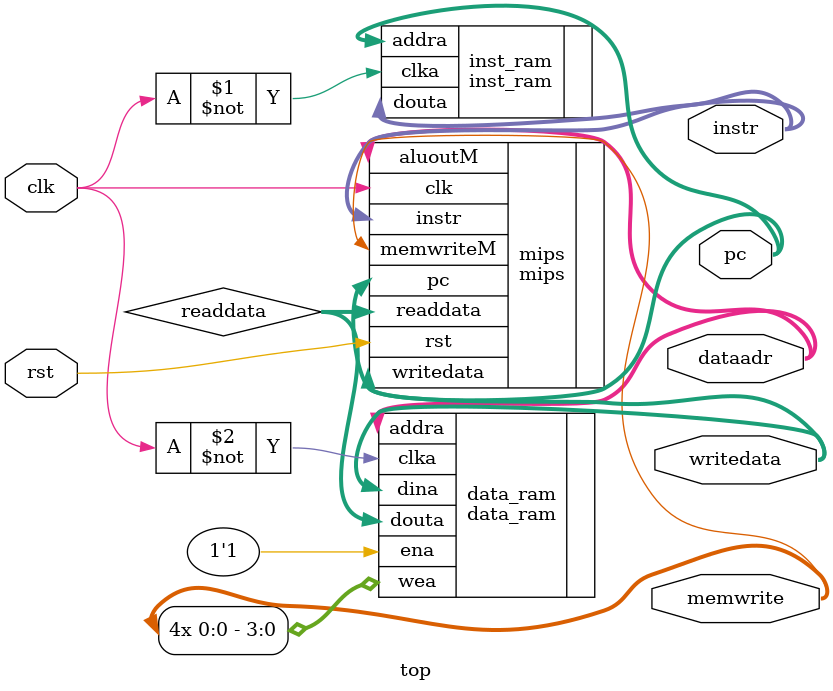
<source format=v>
`timescale 1ns / 1ps


module top(
	input wire clk,rst,
    output [31:0] instr, pc,
	output wire [31:0] writedata, dataadr,
	output wire memwrite
);

wire [31:0] readdata; 

mips mips(
	.clk(clk),
	.rst(rst),
	.instr(instr),
	.readdata(readdata),

	.memwriteM(memwrite),
	.pc(pc),
	.aluoutM(dataadr),
	.writedata(writedata)
);

inst_ram inst_ram(
	.clka(~clk),
	.addra(pc),
	.douta(instr)
);

data_ram data_ram(
	.clka(~clk),
	.ena(1'b1),
	.wea({4{memwrite}}),
	.addra(dataadr),
	.dina(writedata),	 // Ҫд��洢���е�����
	.douta(readdata)	 // �Ӵ洢���ж���������
);

endmodule

</source>
